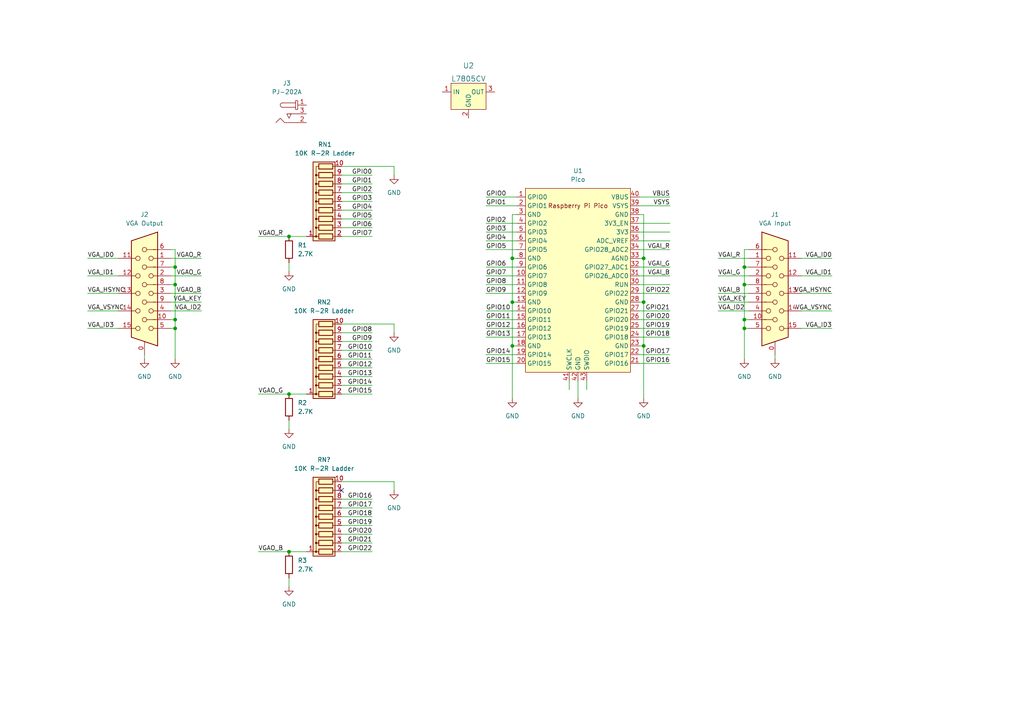
<source format=kicad_sch>
(kicad_sch (version 20211123) (generator eeschema)
  (paper "A4")
  (title_block (title "Amber Monochrome VGA Filter") (date "2022-03-18") (rev "1.0") (company "Rokh Enterprises LLC"))
  (lib_symbols
    (symbol "Connector:DB15_Female_HighDensity_MountingHoles" (pin_names (offset 1.016) hide)
      (property "Reference" "J" (at 0 21.59 0))
      (property "Value" "DB15_Female_HighDensity_MountingHoles" (at 0 19.05 0))
      (symbol "DB15_Female_HighDensity_MountingHoles_0_1"
        (circle (center -1.905 -10.16) (radius 0.635))
        (circle (center -1.905 -5.08) (radius 0.635))
        (circle (center -1.905 0) (radius 0.635))
        (circle (center -1.905 5.08) (radius 0.635))
        (circle (center -1.905 10.16) (radius 0.635))
        (circle (center 0 -7.62) (radius 0.635))
        (circle (center 0 -2.54) (radius 0.635))
        (polyline (pts (xy -3.175 7.62) (xy -0.635 7.62)))
        (polyline (pts (xy -0.635 -7.62) (xy -3.175 -7.62)))
        (polyline (pts (xy -0.635 -2.54) (xy -3.175 -2.54)))
        (polyline (pts (xy -0.635 2.54) (xy -3.175 2.54)))
        (polyline (pts (xy -0.635 12.7) (xy -3.175 12.7)))
        (polyline (pts (xy -3.81 17.78) (xy -3.81 -15.24) (xy 3.81 -12.7) (xy 3.81 15.24) (xy -3.81 17.78)) (stroke (width 0.254)) (fill (type background)))
        (circle (center 0 2.54) (radius 0.635))
        (circle (center 0 7.62) (radius 0.635))
        (circle (center 0 12.7) (radius 0.635))
        (circle (center 1.905 -10.16) (radius 0.635))
        (circle (center 1.905 -5.08) (radius 0.635))
        (circle (center 1.905 0) (radius 0.635))
        (circle (center 1.905 5.08) (radius 0.635))
        (circle (center 1.905 10.16) (radius 0.635))
      )
      (symbol "DB15_Female_HighDensity_MountingHoles_1_1"
        (pin passive line (at 0 -17.78 90) (length 3.81) (name "~") (number "0"))
        (pin passive line (at -7.62 10.16 0) (length 5.08) (name "~") (number "1"))
        (pin passive line (at -7.62 -7.62 0) (length 5.08) (name "~") (number "10"))
        (pin passive line (at 7.62 10.16 180) (length 5.08) (name "~") (number "11"))
        (pin passive line (at 7.62 5.08 180) (length 5.08) (name "~") (number "12"))
        (pin passive line (at 7.62 0 180) (length 5.08) (name "~") (number "13"))
        (pin passive line (at 7.62 -5.08 180) (length 5.08) (name "~") (number "14"))
        (pin passive line (at 7.62 -10.16 180) (length 5.08) (name "~") (number "15"))
        (pin passive line (at -7.62 5.08 0) (length 5.08) (name "~") (number "2"))
        (pin passive line (at -7.62 0 0) (length 5.08) (name "~") (number "3"))
        (pin passive line (at -7.62 -5.08 0) (length 5.08) (name "~") (number "4"))
        (pin passive line (at -7.62 -10.16 0) (length 5.08) (name "~") (number "5"))
        (pin passive line (at -7.62 12.7 0) (length 5.08) (name "~") (number "6"))
        (pin passive line (at -7.62 7.62 0) (length 5.08) (name "~") (number "7"))
        (pin passive line (at -7.62 2.54 0) (length 5.08) (name "~") (number "8"))
        (pin passive line (at -7.62 -2.54 0) (length 5.08) (name "~") (number "9"))
      )
    )
    (symbol "Device:R" (pin_numbers hide) (pin_names (offset 0))
      (property "Reference" "R" (at 2.032 0 90))
      (property "Value" "R" (at 0 0 90))
      (symbol "R_0_1"
        (rectangle (start -1.016 -2.54) (end 1.016 2.54) (stroke (width 0.254)))
      )
      (symbol "R_1_1"
        (pin passive line (at 0 3.81 270) (length 1.27) (name "~") (number "1"))
        (pin passive line (at 0 -3.81 90) (length 1.27) (name "~") (number "2"))
      )
    )
    (symbol "Device:R_Network09" (pin_names (offset 0) hide)
      (property "Reference" "RN" (at -12.7 0 90))
      (property "Value" "R_Network09" (at 12.7 0 90))
      (symbol "R_Network09_0_1"
        (rectangle (start -11.43 -3.175) (end 11.43 3.175) (stroke (width 0.254)) (fill (type background)))
        (rectangle (start -10.922 1.524) (end -9.398 -2.54) (stroke (width 0.254)))
        (circle (center -10.16 2.286) (radius 0.254) (fill (type outline)))
        (rectangle (start -8.382 1.524) (end -6.858 -2.54) (stroke (width 0.254)))
        (circle (center -7.62 2.286) (radius 0.254) (fill (type outline)))
        (rectangle (start -5.842 1.524) (end -4.318 -2.54) (stroke (width 0.254)))
        (circle (center -5.08 2.286) (radius 0.254) (fill (type outline)))
        (rectangle (start -3.302 1.524) (end -1.778 -2.54) (stroke (width 0.254)))
        (circle (center -2.54 2.286) (radius 0.254) (fill (type outline)))
        (rectangle (start -0.762 1.524) (end 0.762 -2.54) (stroke (width 0.254)))
        (polyline (pts (xy -10.16 -2.54) (xy -10.16 -3.81)))
        (polyline (pts (xy -7.62 -2.54) (xy -7.62 -3.81)))
        (polyline (pts (xy -5.08 -2.54) (xy -5.08 -3.81)))
        (polyline (pts (xy -2.54 -2.54) (xy -2.54 -3.81)))
        (polyline (pts (xy 0 -2.54) (xy 0 -3.81)))
        (polyline (pts (xy 2.54 -2.54) (xy 2.54 -3.81)))
        (polyline (pts (xy 5.08 -2.54) (xy 5.08 -3.81)))
        (polyline (pts (xy 7.62 -2.54) (xy 7.62 -3.81)))
        (polyline (pts (xy 10.16 -2.54) (xy 10.16 -3.81)))
        (polyline (pts (xy -10.16 1.524) (xy -10.16 2.286) (xy -7.62 2.286) (xy -7.62 1.524)))
        (polyline (pts (xy -7.62 1.524) (xy -7.62 2.286) (xy -5.08 2.286) (xy -5.08 1.524)))
        (polyline (pts (xy -5.08 1.524) (xy -5.08 2.286) (xy -2.54 2.286) (xy -2.54 1.524)))
        (polyline (pts (xy -2.54 1.524) (xy -2.54 2.286) (xy 0 2.286) (xy 0 1.524)))
        (polyline (pts (xy 0 1.524) (xy 0 2.286) (xy 2.54 2.286) (xy 2.54 1.524)))
        (polyline (pts (xy 2.54 1.524) (xy 2.54 2.286) (xy 5.08 2.286) (xy 5.08 1.524)))
        (polyline (pts (xy 5.08 1.524) (xy 5.08 2.286) (xy 7.62 2.286) (xy 7.62 1.524)))
        (polyline (pts (xy 7.62 1.524) (xy 7.62 2.286) (xy 10.16 2.286) (xy 10.16 1.524)))
        (circle (center 0 2.286) (radius 0.254) (fill (type outline)))
        (rectangle (start 1.778 1.524) (end 3.302 -2.54) (stroke (width 0.254)))
        (circle (center 2.54 2.286) (radius 0.254) (fill (type outline)))
        (rectangle (start 4.318 1.524) (end 5.842 -2.54) (stroke (width 0.254)))
        (circle (center 5.08 2.286) (radius 0.254) (fill (type outline)))
        (rectangle (start 6.858 1.524) (end 8.382 -2.54) (stroke (width 0.254)))
        (circle (center 7.62 2.286) (radius 0.254) (fill (type outline)))
        (rectangle (start 9.398 1.524) (end 10.922 -2.54) (stroke (width 0.254)))
      )
      (symbol "R_Network09_1_1"
        (pin passive line (at -10.16 5.08 270) (length 2.54) (name "common") (number "1"))
        (pin passive line (at 10.16 -5.08 90) (length 1.27) (name "R9") (number "10"))
        (pin passive line (at -10.16 -5.08 90) (length 1.27) (name "R1") (number "2"))
        (pin passive line (at -7.62 -5.08 90) (length 1.27) (name "R2") (number "3"))
        (pin passive line (at -5.08 -5.08 90) (length 1.27) (name "R3") (number "4"))
        (pin passive line (at -2.54 -5.08 90) (length 1.27) (name "R4") (number "5"))
        (pin passive line (at 0 -5.08 90) (length 1.27) (name "R5") (number "6"))
        (pin passive line (at 2.54 -5.08 90) (length 1.27) (name "R6") (number "7"))
        (pin passive line (at 5.08 -5.08 90) (length 1.27) (name "R7") (number "8"))
        (pin passive line (at 7.62 -5.08 90) (length 1.27) (name "R8") (number "9"))
      )
    )
    (symbol "MCU_RaspberryPi_and_Boards:Pico"
      (property "Reference" "U" (at -13.97 27.94 0))
      (property "Value" "Pico" (at 0 19.05 0))
      (symbol "Pico_0_0"
        (text "Raspberry Pi Pico" (at 0 21.59 0) (effects (font (size 1.27 1.27))))
      )
      (symbol "Pico_0_1"
        (rectangle (start -15.24 26.67) (end 15.24 -26.67) (fill (type background)))
      )
      (symbol "Pico_1_1"
        (pin bidirectional line (at -17.78 24.13 0) (length 2.54) (name "GPIO0") (number "1"))
        (pin bidirectional line (at -17.78 1.27 0) (length 2.54) (name "GPIO7") (number "10"))
        (pin bidirectional line (at -17.78 -1.27 0) (length 2.54) (name "GPIO8") (number "11"))
        (pin bidirectional line (at -17.78 -3.81 0) (length 2.54) (name "GPIO9") (number "12"))
        (pin power_in line (at -17.78 -6.35 0) (length 2.54) (name "GND") (number "13"))
        (pin bidirectional line (at -17.78 -8.89 0) (length 2.54) (name "GPIO10") (number "14"))
        (pin bidirectional line (at -17.78 -11.43 0) (length 2.54) (name "GPIO11") (number "15"))
        (pin bidirectional line (at -17.78 -13.97 0) (length 2.54) (name "GPIO12") (number "16"))
        (pin bidirectional line (at -17.78 -16.51 0) (length 2.54) (name "GPIO13") (number "17"))
        (pin power_in line (at -17.78 -19.05 0) (length 2.54) (name "GND") (number "18"))
        (pin bidirectional line (at -17.78 -21.59 0) (length 2.54) (name "GPIO14") (number "19"))
        (pin bidirectional line (at -17.78 21.59 0) (length 2.54) (name "GPIO1") (number "2"))
        (pin bidirectional line (at -17.78 -24.13 0) (length 2.54) (name "GPIO15") (number "20"))
        (pin bidirectional line (at 17.78 -24.13 180) (length 2.54) (name "GPIO16") (number "21"))
        (pin bidirectional line (at 17.78 -21.59 180) (length 2.54) (name "GPIO17") (number "22"))
        (pin power_in line (at 17.78 -19.05 180) (length 2.54) (name "GND") (number "23"))
        (pin bidirectional line (at 17.78 -16.51 180) (length 2.54) (name "GPIO18") (number "24"))
        (pin bidirectional line (at 17.78 -13.97 180) (length 2.54) (name "GPIO19") (number "25"))
        (pin bidirectional line (at 17.78 -11.43 180) (length 2.54) (name "GPIO20") (number "26"))
        (pin bidirectional line (at 17.78 -8.89 180) (length 2.54) (name "GPIO21") (number "27"))
        (pin power_in line (at 17.78 -6.35 180) (length 2.54) (name "GND") (number "28"))
        (pin bidirectional line (at 17.78 -3.81 180) (length 2.54) (name "GPIO22") (number "29"))
        (pin power_in line (at -17.78 19.05 0) (length 2.54) (name "GND") (number "3"))
        (pin input line (at 17.78 -1.27 180) (length 2.54) (name "RUN") (number "30"))
        (pin bidirectional line (at 17.78 1.27 180) (length 2.54) (name "GPIO26_ADC0") (number "31"))
        (pin bidirectional line (at 17.78 3.81 180) (length 2.54) (name "GPIO27_ADC1") (number "32"))
        (pin power_in line (at 17.78 6.35 180) (length 2.54) (name "AGND") (number "33"))
        (pin bidirectional line (at 17.78 8.89 180) (length 2.54) (name "GPIO28_ADC2") (number "34"))
        (pin power_in line (at 17.78 11.43 180) (length 2.54) (name "ADC_VREF") (number "35"))
        (pin power_in line (at 17.78 13.97 180) (length 2.54) (name "3V3") (number "36"))
        (pin input line (at 17.78 16.51 180) (length 2.54) (name "3V3_EN") (number "37"))
        (pin bidirectional line (at 17.78 19.05 180) (length 2.54) (name "GND") (number "38"))
        (pin power_in line (at 17.78 21.59 180) (length 2.54) (name "VSYS") (number "39"))
        (pin bidirectional line (at -17.78 16.51 0) (length 2.54) (name "GPIO2") (number "4"))
        (pin power_in line (at 17.78 24.13 180) (length 2.54) (name "VBUS") (number "40"))
        (pin input line (at -2.54 -29.21 90) (length 2.54) (name "SWCLK") (number "41"))
        (pin power_in line (at 0 -29.21 90) (length 2.54) (name "GND") (number "42"))
        (pin bidirectional line (at 2.54 -29.21 90) (length 2.54) (name "SWDIO") (number "43"))
        (pin bidirectional line (at -17.78 13.97 0) (length 2.54) (name "GPIO3") (number "5"))
        (pin bidirectional line (at -17.78 11.43 0) (length 2.54) (name "GPIO4") (number "6"))
        (pin bidirectional line (at -17.78 8.89 0) (length 2.54) (name "GPIO5") (number "7"))
        (pin power_in line (at -17.78 6.35 0) (length 2.54) (name "GND") (number "8"))
        (pin bidirectional line (at -17.78 3.81 0) (length 2.54) (name "GPIO6") (number "9"))
      )
    )
    (symbol "dk_Barrel-Power-Connectors:PJ-202A" (pin_names (offset 1.016))
      (property "Reference" "J" (at 0 2.54 0))
      (property "Value" "PJ-202A" (at 0 -6.35 0))
      (symbol "PJ-202A_1_1"
        (arc (start -4.445 0.635) (mid -5.08 0) (end -4.445 -0.635))
        (rectangle (start -0.635 1.27) (end 0 -1.27))
        (polyline (pts (xy -0.635 -0.635) (xy -4.445 -0.635)))
        (polyline (pts (xy -0.635 0.635) (xy -4.445 0.635)))
        (polyline (pts (xy 0 -2.54) (xy -1.27 -2.54) (xy -2.54 -2.54)))
        (polyline (pts (xy 0 -5.08) (xy -3.81 -5.08) (xy -5.08 -3.81) (xy -6.35 -5.08)))
        (polyline (pts (xy -2.54 -2.54) (xy -3.175 -2.54) (xy -2.54 -3.81) (xy -1.905 -2.54) (xy -2.54 -2.54)))
        (pin passive line (at 2.54 0 180) (length 2.54) (name "~") (number "1"))
        (pin passive line (at 2.54 -5.08 180) (length 2.54) (name "~") (number "2"))
        (pin passive line (at 2.54 -2.54 180) (length 2.54) (name "~") (number "3"))
      )
    )
    (symbol "dk_PMIC-Voltage-Regulators-Linear:L7805CV"
      (property "Reference" "U" (at 0 3.81 0))
      (property "Value" "L7805CV" (at 0 6.35 0))
      (symbol "L7805CV_1_1"
        (rectangle (start -5.08 2.54) (end 5.08 -5.08) (fill (type background)))
        (pin power_in line (at -7.62 0 0) (length 2.54) (name "IN") (number "1"))
        (pin power_in line (at 0 -7.62 90) (length 2.54) (name "GND") (number "2"))
        (pin power_out line (at 7.62 0 180) (length 2.54) (name "OUT") (number "3"))
      )
    )
    (symbol "power:GND" (power) (pin_names (offset 0))
      (property "Value" "GND" (at 0 -3.81 0))
      (symbol "GND_0_1"
        (polyline (pts (xy 0 0) (xy 0 -1.27) (xy 1.27 -1.27) (xy 0 -2.54) (xy -1.27 -1.27) (xy 0 -1.27)))
      )
      (symbol "GND_1_1"
        (pin power_in line (at 0 0 270) (length 0) hide (name "GND") (number "1"))
      )
    )
  )
  (junction (at 50.8 82.55))
  (junction (at 148.59 74.93))
  (junction (at 148.59 87.63))
  (junction (at 215.9 82.55))
  (junction (at 50.8 77.47))
  (junction (at 83.82 68.58))
  (junction (at 148.59 100.33))
  (junction (at 215.9 95.25))
  (junction (at 215.9 92.71))
  (junction (at 186.69 87.63))
  (junction (at 186.69 100.33))
  (junction (at 83.82 114.3))
  (junction (at 215.9 77.47))
  (junction (at 186.69 74.93))
  (junction (at 50.8 95.25))
  (junction (at 83.82 160.02))
  (junction (at 50.8 92.71))
  (no_connect (at 99.06 142.24))
  (wire (pts (xy 186.69 74.93) (xy 186.69 87.63)))
  (wire (pts (xy 99.06 157.48) (xy 107.95 157.48)))
  (wire (pts (xy 185.42 87.63) (xy 186.69 87.63)))
  (wire (pts (xy 185.42 85.09) (xy 194.31 85.09)))
  (wire (pts (xy 148.59 74.93) (xy 148.59 87.63)))
  (wire (pts (xy 99.06 154.94) (xy 107.95 154.94)))
  (wire (pts (xy 49.53 87.63) (xy 58.42 87.63)))
  (wire (pts (xy 215.9 95.25) (xy 215.9 104.14)))
  (wire (pts (xy 140.97 92.71) (xy 149.86 92.71)))
  (wire (pts (xy 25.4 74.93) (xy 34.29 74.93)))
  (wire (pts (xy 170.18 110.49) (xy 170.18 113.03)))
  (wire (pts (xy 74.93 160.02) (xy 83.82 160.02)))
  (wire (pts (xy 49.53 80.01) (xy 58.42 80.01)))
  (wire (pts (xy 232.41 80.01) (xy 241.3 80.01)))
  (wire (pts (xy 140.97 67.31) (xy 149.86 67.31)))
  (wire (pts (xy 99.06 58.42) (xy 107.95 58.42)))
  (wire (pts (xy 215.9 77.47) (xy 215.9 82.55)))
  (wire (pts (xy 185.42 95.25) (xy 194.31 95.25)))
  (wire (pts (xy 140.97 57.15) (xy 149.86 57.15)))
  (wire (pts (xy 140.97 82.55) (xy 149.86 82.55)))
  (wire (pts (xy 99.06 152.4) (xy 107.95 152.4)))
  (wire (pts (xy 99.06 109.22) (xy 107.95 109.22)))
  (wire (pts (xy 140.97 97.79) (xy 149.86 97.79)))
  (wire (pts (xy 114.3 93.98) (xy 114.3 96.52)))
  (wire (pts (xy 148.59 87.63) (xy 149.86 87.63)))
  (wire (pts (xy 25.4 85.09) (xy 34.29 85.09)))
  (wire (pts (xy 83.82 160.02) (xy 88.9 160.02)))
  (wire (pts (xy 49.53 92.71) (xy 50.8 92.71)))
  (wire (pts (xy 185.42 62.23) (xy 186.69 62.23)))
  (wire (pts (xy 114.3 48.26) (xy 114.3 50.8)))
  (wire (pts (xy 185.42 67.31) (xy 194.31 67.31)))
  (wire (pts (xy 140.97 102.87) (xy 149.86 102.87)))
  (wire (pts (xy 140.97 80.01) (xy 149.86 80.01)))
  (wire (pts (xy 185.42 90.17) (xy 194.31 90.17)))
  (wire (pts (xy 217.17 72.39) (xy 215.9 72.39)))
  (wire (pts (xy 99.06 55.88) (xy 107.95 55.88)))
  (wire (pts (xy 99.06 48.26) (xy 114.3 48.26)))
  (wire (pts (xy 208.28 87.63) (xy 217.17 87.63)))
  (wire (pts (xy 232.41 90.17) (xy 241.3 90.17)))
  (wire (pts (xy 208.28 90.17) (xy 217.17 90.17)))
  (wire (pts (xy 140.97 105.41) (xy 149.86 105.41)))
  (wire (pts (xy 25.4 95.25) (xy 34.29 95.25)))
  (wire (pts (xy 185.42 57.15) (xy 194.31 57.15)))
  (wire (pts (xy 114.3 139.7) (xy 114.3 142.24)))
  (wire (pts (xy 167.64 110.49) (xy 167.64 115.57)))
  (wire (pts (xy 50.8 92.71) (xy 50.8 95.25)))
  (wire (pts (xy 148.59 87.63) (xy 148.59 100.33)))
  (wire (pts (xy 25.4 80.01) (xy 34.29 80.01)))
  (wire (pts (xy 185.42 92.71) (xy 194.31 92.71)))
  (wire (pts (xy 185.42 97.79) (xy 194.31 97.79)))
  (wire (pts (xy 185.42 105.41) (xy 194.31 105.41)))
  (wire (pts (xy 49.53 95.25) (xy 50.8 95.25)))
  (wire (pts (xy 185.42 72.39) (xy 194.31 72.39)))
  (wire (pts (xy 83.82 76.2) (xy 83.82 78.74)))
  (wire (pts (xy 208.28 80.01) (xy 217.17 80.01)))
  (wire (pts (xy 215.9 92.71) (xy 215.9 95.25)))
  (wire (pts (xy 25.4 90.17) (xy 34.29 90.17)))
  (wire (pts (xy 148.59 100.33) (xy 148.59 115.57)))
  (wire (pts (xy 99.06 149.86) (xy 107.95 149.86)))
  (wire (pts (xy 140.97 59.69) (xy 149.86 59.69)))
  (wire (pts (xy 99.06 99.06) (xy 107.95 99.06)))
  (wire (pts (xy 99.06 144.78) (xy 107.95 144.78)))
  (wire (pts (xy 185.42 82.55) (xy 194.31 82.55)))
  (wire (pts (xy 49.53 85.09) (xy 58.42 85.09)))
  (wire (pts (xy 215.9 82.55) (xy 217.17 82.55)))
  (wire (pts (xy 208.28 85.09) (xy 217.17 85.09)))
  (wire (pts (xy 140.97 72.39) (xy 149.86 72.39)))
  (wire (pts (xy 185.42 102.87) (xy 194.31 102.87)))
  (wire (pts (xy 185.42 100.33) (xy 186.69 100.33)))
  (wire (pts (xy 140.97 77.47) (xy 149.86 77.47)))
  (wire (pts (xy 232.41 74.93) (xy 241.3 74.93)))
  (wire (pts (xy 49.53 72.39) (xy 50.8 72.39)))
  (wire (pts (xy 148.59 74.93) (xy 149.86 74.93)))
  (wire (pts (xy 186.69 87.63) (xy 186.69 100.33)))
  (wire (pts (xy 99.06 160.02) (xy 107.95 160.02)))
  (wire (pts (xy 49.53 90.17) (xy 58.42 90.17)))
  (wire (pts (xy 232.41 85.09) (xy 241.3 85.09)))
  (wire (pts (xy 140.97 90.17) (xy 149.86 90.17)))
  (wire (pts (xy 50.8 82.55) (xy 50.8 92.71)))
  (wire (pts (xy 185.42 80.01) (xy 194.31 80.01)))
  (wire (pts (xy 99.06 101.6) (xy 107.95 101.6)))
  (wire (pts (xy 185.42 64.77) (xy 194.31 64.77)))
  (wire (pts (xy 99.06 63.5) (xy 107.95 63.5)))
  (wire (pts (xy 140.97 69.85) (xy 149.86 69.85)))
  (wire (pts (xy 50.8 95.25) (xy 50.8 104.14)))
  (wire (pts (xy 99.06 93.98) (xy 114.3 93.98)))
  (wire (pts (xy 99.06 104.14) (xy 107.95 104.14)))
  (wire (pts (xy 215.9 92.71) (xy 217.17 92.71)))
  (wire (pts (xy 148.59 100.33) (xy 149.86 100.33)))
  (wire (pts (xy 49.53 82.55) (xy 50.8 82.55)))
  (wire (pts (xy 140.97 64.77) (xy 149.86 64.77)))
  (wire (pts (xy 99.06 114.3) (xy 107.95 114.3)))
  (wire (pts (xy 99.06 139.7) (xy 114.3 139.7)))
  (wire (pts (xy 186.69 62.23) (xy 186.69 74.93)))
  (wire (pts (xy 74.93 68.58) (xy 83.82 68.58)))
  (wire (pts (xy 99.06 60.96) (xy 107.95 60.96)))
  (wire (pts (xy 232.41 95.25) (xy 241.3 95.25)))
  (wire (pts (xy 140.97 85.09) (xy 149.86 85.09)))
  (wire (pts (xy 50.8 77.47) (xy 50.8 82.55)))
  (wire (pts (xy 50.8 72.39) (xy 50.8 77.47)))
  (wire (pts (xy 74.93 114.3) (xy 83.82 114.3)))
  (wire (pts (xy 99.06 96.52) (xy 107.95 96.52)))
  (wire (pts (xy 99.06 147.32) (xy 107.95 147.32)))
  (wire (pts (xy 215.9 77.47) (xy 217.17 77.47)))
  (wire (pts (xy 83.82 68.58) (xy 88.9 68.58)))
  (wire (pts (xy 185.42 59.69) (xy 194.31 59.69)))
  (wire (pts (xy 49.53 77.47) (xy 50.8 77.47)))
  (wire (pts (xy 83.82 121.92) (xy 83.82 124.46)))
  (wire (pts (xy 83.82 114.3) (xy 88.9 114.3)))
  (wire (pts (xy 41.91 102.87) (xy 41.91 104.14)))
  (wire (pts (xy 185.42 77.47) (xy 194.31 77.47)))
  (wire (pts (xy 185.42 69.85) (xy 194.31 69.85)))
  (wire (pts (xy 215.9 82.55) (xy 215.9 92.71)))
  (wire (pts (xy 99.06 111.76) (xy 107.95 111.76)))
  (wire (pts (xy 186.69 100.33) (xy 186.69 115.57)))
  (wire (pts (xy 140.97 95.25) (xy 149.86 95.25)))
  (wire (pts (xy 215.9 95.25) (xy 217.17 95.25)))
  (wire (pts (xy 224.79 102.87) (xy 224.79 104.14)))
  (wire (pts (xy 148.59 62.23) (xy 148.59 74.93)))
  (wire (pts (xy 49.53 74.93) (xy 58.42 74.93)))
  (wire (pts (xy 149.86 62.23) (xy 148.59 62.23)))
  (wire (pts (xy 99.06 66.04) (xy 107.95 66.04)))
  (wire (pts (xy 165.1 110.49) (xy 165.1 113.03)))
  (wire (pts (xy 99.06 53.34) (xy 107.95 53.34)))
  (wire (pts (xy 99.06 50.8) (xy 107.95 50.8)))
  (wire (pts (xy 185.42 74.93) (xy 186.69 74.93)))
  (wire (pts (xy 99.06 68.58) (xy 107.95 68.58)))
  (wire (pts (xy 83.82 167.64) (xy 83.82 170.18)))
  (wire (pts (xy 99.06 106.68) (xy 107.95 106.68)))
  (wire (pts (xy 215.9 72.39) (xy 215.9 77.47)))
  (wire (pts (xy 208.28 74.93) (xy 217.17 74.93)))
  (label "VGA_ID0" (at 25.4 74.93 0))
  (label "GPIO4" (at 140.97 69.85 0))
  (label "GPIO22" (at 107.95 160.02 180))
  (label "GPIO12" (at 107.95 106.68 180))
  (label "GPIO16" (at 194.31 105.41 180))
  (label "VGAI_B" (at 208.28 85.09 0))
  (label "VGAO_G" (at 74.93 114.3 0))
  (label "GPIO13" (at 140.97 97.79 0))
  (label "GPIO11" (at 107.95 104.14 180))
  (label "GPIO9" (at 107.95 99.06 180))
  (label "GPIO15" (at 107.95 114.3 180))
  (label "GPIO20" (at 194.31 92.71 180))
  (label "GPIO5" (at 107.95 63.5 180))
  (label "VGA_ID1" (at 241.3 80.01 180))
  (label "GPIO6" (at 107.95 66.04 180))
  (label "VGA_KEY" (at 208.28 87.63 0))
  (label "GPIO22" (at 194.31 85.09 180))
  (label "GPIO17" (at 194.31 102.87 180))
  (label "GPIO14" (at 107.95 111.76 180))
  (label "GPIO4" (at 107.95 60.96 180))
  (label "VGA_VSYNC" (at 25.4 90.17 0))
  (label "VGAI_R" (at 194.31 72.39 180))
  (label "VGAI_B" (at 194.31 80.01 180))
  (label "VGAO_B" (at 58.42 85.09 180))
  (label "GPIO2" (at 140.97 64.77 0))
  (label "GPIO7" (at 107.95 68.58 180))
  (label "GPIO2" (at 107.95 55.88 180))
  (label "VSYS" (at 194.31 59.69 180))
  (label "GPIO15" (at 140.97 105.41 0))
  (label "GPIO1" (at 140.97 59.69 0))
  (label "VGA_HSYNC" (at 241.3 85.09 180))
  (label "VGAO_G" (at 58.42 80.01 180))
  (label "GPIO18" (at 194.31 97.79 180))
  (label "VGA_VSYNC" (at 241.3 90.17 180))
  (label "GPIO5" (at 140.97 72.39 0))
  (label "GPIO21" (at 107.95 157.48 180))
  (label "VGAI_R" (at 208.28 74.93 0))
  (label "VGAO_R" (at 58.42 74.93 180))
  (label "VGAI_G" (at 208.28 80.01 0))
  (label "VGA_KEY" (at 58.42 87.63 180))
  (label "GPIO20" (at 107.95 154.94 180))
  (label "VGA_ID0" (at 241.3 74.93 180))
  (label "VGA_HSYNC" (at 25.4 85.09 0))
  (label "GPIO8" (at 140.97 82.55 0))
  (label "GPIO19" (at 107.95 152.4 180))
  (label "GPIO0" (at 107.95 50.8 180))
  (label "GPIO3" (at 140.97 67.31 0))
  (label "GPIO1" (at 107.95 53.34 180))
  (label "VGA_ID3" (at 241.3 95.25 180))
  (label "VGAI_G" (at 194.31 77.47 180))
  (label "VGAO_B" (at 74.93 160.02 0))
  (label "VGA_ID2" (at 58.42 90.17 180))
  (label "GPIO0" (at 140.97 57.15 0))
  (label "GPIO16" (at 107.95 144.78 180))
  (label "GPIO10" (at 140.97 90.17 0))
  (label "GPIO10" (at 107.95 101.6 180))
  (label "VGA_ID3" (at 25.4 95.25 0))
  (label "GPIO12" (at 140.97 95.25 0))
  (label "GPIO13" (at 107.95 109.22 180))
  (label "GPIO9" (at 140.97 85.09 0))
  (label "GPIO7" (at 140.97 80.01 0))
  (label "GPIO19" (at 194.31 95.25 180))
  (label "GPIO6" (at 140.97 77.47 0))
  (label "VBUS" (at 194.31 57.15 180))
  (label "GPIO11" (at 140.97 92.71 0))
  (label "GPIO14" (at 140.97 102.87 0))
  (label "VGA_ID2" (at 208.28 90.17 0))
  (label "GPIO8" (at 107.95 96.52 180))
  (label "VGAO_R" (at 74.93 68.58 0))
  (label "GPIO18" (at 107.95 149.86 180))
  (label "GPIO3" (at 107.95 58.42 180))
  (label "VGA_ID1" (at 25.4 80.01 0))
  (label "GPIO17" (at 107.95 147.32 180))
  (label "GPIO21" (at 194.31 90.17 180))
  (symbol (lib_id "Connector:DB15_Female_HighDensity_MountingHoles") (at 41.91 85.09 0) (mirror y) (unit 1)
    (property "Reference" "J2" (at 41.91 62.23 0))
    (property "Value" "VGA Output" (at 41.91 64.77 0))
    (property "Footprint" "Connector_Dsub:DSUB-15-HD_Female_Horizontal_P2.29x1.98mm_EdgePinOffset3.03mm_Housed_MountingHolesOffset4.94mm" (effects hide))
    (property "Datasheet" " ~" (effects hide))
  )
  (symbol (lib_id "power:GND") (at 114.3 96.52 0) (unit 1)
    (property "Reference" "#PWR0105" (effects hide))
    (property "Value" "GND" (at 114.3 101.6 0))
  )
  (symbol (lib_id "power:GND") (at 224.79 104.14 0) (unit 1)
    (property "Reference" "#PWR?" (effects hide))
    (property "Value" "GND" (at 224.79 109.22 0))
  )
  (symbol (lib_id "Connector:DB15_Female_HighDensity_MountingHoles") (at 224.79 85.09 0) (unit 1)
    (property "Reference" "J1" (at 224.79 62.23 0))
    (property "Value" "VGA Input" (at 224.79 64.77 0))
    (property "Footprint" "Connector_Dsub:DSUB-15-HD_Female_Horizontal_P2.29x1.98mm_EdgePinOffset3.03mm_Housed_MountingHolesOffset4.94mm" (effects hide))
    (property "Datasheet" " ~" (effects hide))
  )
  (symbol (lib_id "power:GND") (at 114.3 142.24 0) (unit 1)
    (property "Reference" "#PWR?" (effects hide))
    (property "Value" "GND" (at 114.3 147.32 0))
  )
  (symbol (lib_id "power:GND") (at 148.59 115.57 0) (unit 1)
    (property "Reference" "#PWR0103" (effects hide))
    (property "Value" "GND" (at 148.59 120.65 0))
  )
  (symbol (lib_id "Device:R_Network09") (at 93.98 58.42 90) (unit 1)
    (property "Reference" "RN1" (at 94.234 41.91 90))
    (property "Value" "10K R-2R Ladder" (at 94.234 44.45 90))
    (property "Footprint" "Resistor_THT:R_Array_SIP10" (effects hide))
    (property "Datasheet" "http://www.vishay.com/docs/31509/csc.pdf" (effects hide))
  )
  (symbol (lib_id "MCU_RaspberryPi_and_Boards:Pico") (at 167.64 81.28 0) (unit 1)
    (property "Reference" "U1" (at 167.64 49.53 0))
    (property "Value" "Pico" (at 167.64 52.07 0))
    (property "Footprint" "MCU_RaspberryPi_and_Boards:RPi_Pico_SMD_TH" (effects hide))
  )
  (symbol (lib_id "Device:R_Network09") (at 93.98 104.14 90) (unit 1)
    (property "Reference" "RN2" (at 93.98 87.63 90))
    (property "Value" "10K R-2R Ladder" (at 93.98 90.17 90))
    (property "Footprint" "Resistor_THT:R_Array_SIP10" (effects hide))
    (property "Datasheet" "http://www.vishay.com/docs/31509/csc.pdf" (effects hide))
  )
  (symbol (lib_id "power:GND") (at 41.91 104.14 0) (unit 1)
    (property "Reference" "#PWR?" (effects hide))
    (property "Value" "GND" (at 41.91 109.22 0))
  )
  (symbol (lib_id "power:GND") (at 83.82 170.18 0) (unit 1)
    (property "Reference" "#PWR?" (effects hide))
    (property "Value" "GND" (at 83.82 175.26 0))
  )
  (symbol (lib_id "power:GND") (at 83.82 78.74 0) (unit 1)
    (property "Reference" "#PWR0106" (effects hide))
    (property "Value" "GND" (at 83.82 83.82 0))
  )
  (symbol (lib_id "Device:R_Network09") (at 93.98 149.86 90) (unit 1)
    (property "Reference" "RN?" (at 93.98 133.35 90))
    (property "Value" "10K R-2R Ladder" (at 93.98 135.89 90))
    (property "Footprint" "Resistor_THT:R_Array_SIP10" (effects hide))
    (property "Datasheet" "http://www.vishay.com/docs/31509/csc.pdf" (effects hide))
  )
  (symbol (lib_id "power:GND") (at 215.9 104.14 0) (unit 1)
    (property "Reference" "#PWR?" (effects hide))
    (property "Value" "GND" (at 215.9 109.22 0))
  )
  (symbol (lib_id "Device:R") (at 83.82 163.83 0) (unit 1)
    (property "Reference" "R3" (at 86.36 162.5599 0) (effects (justify left)))
    (property "Value" "2.7K" (at 86.36 165.0999 0) (effects (justify left)))
    (property "Footprint" "Resistor_THT:R_Axial_DIN0207_L6.3mm_D2.5mm_P7.62mm_Horizontal" (effects hide))
  )
  (symbol (lib_id "power:GND") (at 186.69 115.57 0) (unit 1)
    (property "Reference" "#PWR0104" (effects hide))
    (property "Value" "GND" (at 186.69 120.65 0))
  )
  (symbol (lib_id "power:GND") (at 167.64 115.57 0) (unit 1)
    (property "Reference" "#PWR0102" (effects hide))
    (property "Value" "GND" (at 167.64 120.65 0))
  )
  (symbol (lib_id "dk_Barrel-Power-Connectors:PJ-202A") (at 86.36 30.48 0) (unit 1)
    (property "Reference" "J3" (at 83.185 24.13 0))
    (property "Value" "PJ-202A" (at 83.185 26.67 0))
    (property "Footprint" "Connector_BarrelJack:BarrelJack_Horizontal" (effects hide))
    (property "Datasheet" "https://www.cui.com/product/resource/digikeypdf/pj-202a.pdf" (effects hide))
    (property "Digi-Key_PN" "CP-202A-ND" (effects hide))
    (property "MPN" "PJ-202A" (effects hide))
    (property "Category" "Connectors, Interconnects" (effects hide))
    (property "Family" "Barrel - Power Connectors" (effects hide))
    (property "DK_Datasheet_Link" "https://www.cui.com/product/resource/digikeypdf/pj-202a.pdf" (effects hide))
    (property "DK_Detail_Page" "/product-detail/en/cui-inc/PJ-202A/CP-202A-ND/252007" (effects hide))
    (property "Description" "CONN PWR JACK 2X5.5MM KINKED PIN" (effects hide))
    (property "Manufacturer" "CUI Inc." (effects hide))
    (property "Status" "Active" (effects hide))
  )
  (symbol (lib_id "power:GND") (at 83.82 124.46 0) (unit 1)
    (property "Reference" "#PWR0101" (effects hide))
    (property "Value" "GND" (at 83.82 129.54 0))
  )
  (symbol (lib_id "Device:R") (at 83.82 72.39 0) (unit 1)
    (property "Reference" "R1" (at 86.36 71.1199 0) (effects (justify left)))
    (property "Value" "2.7K" (at 86.36 73.6599 0) (effects (justify left)))
    (property "Footprint" "Resistor_THT:R_Axial_DIN0207_L6.3mm_D2.5mm_P7.62mm_Horizontal" (effects hide))
  )
  (symbol (lib_id "Device:R") (at 83.82 118.11 0) (unit 1)
    (property "Reference" "R2" (at 86.36 116.8399 0) (effects (justify left)))
    (property "Value" "2.7K" (at 86.36 119.3799 0) (effects (justify left)))
    (property "Footprint" "Resistor_THT:R_Axial_DIN0207_L6.3mm_D2.5mm_P7.62mm_Horizontal" (effects hide))
  )
  (symbol (lib_id "power:GND") (at 50.8 104.14 0) (unit 1)
    (property "Reference" "#PWR?" (effects hide))
    (property "Value" "GND" (at 50.8 109.22 0))
  )
  (symbol (lib_id "power:GND") (at 114.3 50.8 0) (unit 1)
    (property "Reference" "#PWR0107" (effects hide))
    (property "Value" "GND" (at 114.3 55.88 0))
  )
  (symbol (lib_id "dk_PMIC-Voltage-Regulators-Linear:L7805CV") (at 135.89 26.67 0) (unit 1)
    (property "Reference" "U2" (at 135.89 19.05 0) (effects (font (size 1.524 1.524))))
    (property "Value" "L7805CV" (at 135.89 22.86 0) (effects (font (size 1.524 1.524))))
    (property "Footprint" "digikey-footprints:TO-220-3" (effects hide))
    (property "Datasheet" "http://www.st.com/content/ccc/resource/technical/document/datasheet/41/4f/b3/b0/12/d4/47/88/CD00000444.pdf/files/CD00000444.pdf/jcr:content/translations/en.CD00000444.pdf" (effects hide))
    (property "Digi-Key_PN" "497-1443-5-ND" (effects hide))
    (property "MPN" "L7805CV" (effects hide))
    (property "Category" "Integrated Circuits (ICs)" (effects hide))
    (property "Family" "PMIC - Voltage Regulators - Linear" (effects hide))
    (property "DK_Datasheet_Link" "http://www.st.com/content/ccc/resource/technical/document/datasheet/41/4f/b3/b0/12/d4/47/88/CD00000444.pdf/files/CD00000444.pdf/jcr:content/translations/en.CD00000444.pdf" (effects hide))
    (property "DK_Detail_Page" "/product-detail/en/stmicroelectronics/L7805CV/497-1443-5-ND/585964" (effects hide))
    (property "Description" "IC REG LINEAR 5V 1.5A TO220AB" (effects hide))
    (property "Manufacturer" "STMicroelectronics" (effects hide))
    (property "Status" "Active" (effects hide))
  )
)
</source>
